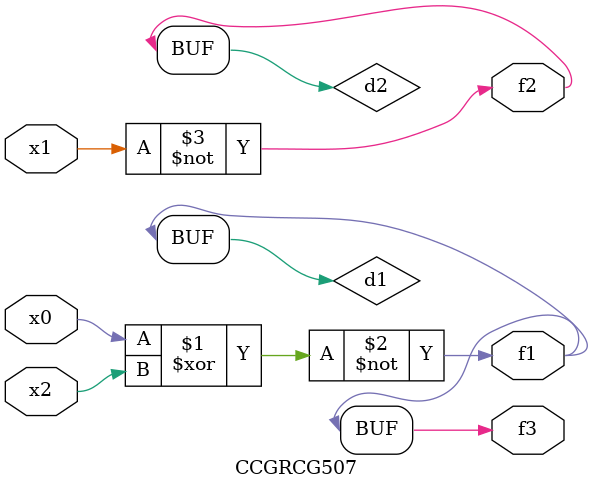
<source format=v>
module CCGRCG507(
	input x0, x1, x2,
	output f1, f2, f3
);

	wire d1, d2, d3;

	xnor (d1, x0, x2);
	nand (d2, x1);
	nor (d3, x1, x2);
	assign f1 = d1;
	assign f2 = d2;
	assign f3 = d1;
endmodule

</source>
